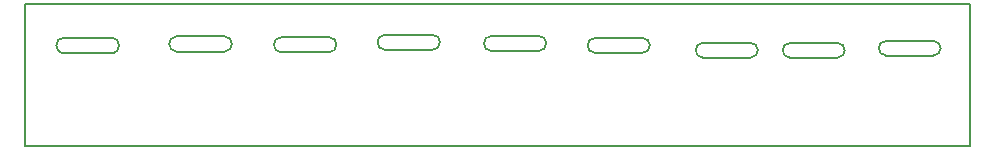
<source format=gbr>
G04 #@! TF.GenerationSoftware,KiCad,Pcbnew,(5.1.2)-1*
G04 #@! TF.CreationDate,2019-05-14T21:50:48-07:00*
G04 #@! TF.ProjectId,slot-tester4,736c6f74-2d74-4657-9374-6572342e6b69,rev?*
G04 #@! TF.SameCoordinates,Original*
G04 #@! TF.FileFunction,Profile,NP*
%FSLAX46Y46*%
G04 Gerber Fmt 4.6, Leading zero omitted, Abs format (unit mm)*
G04 Created by KiCad (PCBNEW (5.1.2)-1) date 2019-05-14 21:50:48*
%MOMM*%
%LPD*%
G04 APERTURE LIST*
%ADD10C,0.200000*%
G04 APERTURE END LIST*
D10*
X69727672Y-181026680D02*
X65727672Y-181026680D01*
X90360190Y-181251091D02*
G75*
G02X90360190Y-180011091I0J620000D01*
G01*
X94360190Y-181251091D02*
X90360190Y-181251091D01*
X47943624Y-180771680D02*
G75*
G02X47943624Y-179481680I0J645000D01*
G01*
X78870673Y-180166680D02*
X74870673Y-180166680D01*
X86234905Y-181429348D02*
X82234905Y-181429348D01*
X94360190Y-180011091D02*
X90360190Y-180011091D01*
X56949440Y-180865568D02*
G75*
G02X56949440Y-179585568I0J640000D01*
G01*
X86234905Y-180179348D02*
X82234905Y-180179348D01*
X51943624Y-180771680D02*
X47943624Y-180771680D01*
X60949440Y-179585568D02*
X56949440Y-179585568D01*
X60949440Y-179585568D02*
G75*
G02X60949440Y-180865568I0J-640000D01*
G01*
X86234905Y-180179348D02*
G75*
G02X86234905Y-181429348I0J-625000D01*
G01*
X78870673Y-180166680D02*
G75*
G02X78870673Y-181426680I0J-630000D01*
G01*
X78870673Y-181426680D02*
X74870673Y-181426680D01*
X69727672Y-179756680D02*
G75*
G02X69727672Y-181026680I0J-635000D01*
G01*
X82234905Y-181429348D02*
G75*
G02X82234905Y-180179348I0J625000D01*
G01*
X74870673Y-181426680D02*
G75*
G02X74870673Y-180166680I0J630000D01*
G01*
X60949440Y-180865568D02*
X56949440Y-180865568D01*
X69727672Y-179756680D02*
X65727672Y-179756680D01*
X94360190Y-180011091D02*
G75*
G02X94360190Y-181251091I0J-620000D01*
G01*
X65727672Y-181026680D02*
G75*
G02X65727672Y-179756680I0J635000D01*
G01*
X51943624Y-179481680D02*
X47943624Y-179481680D01*
X20766031Y-181047767D02*
G75*
G02X20766031Y-179727767I0J660000D01*
G01*
X24766031Y-179727767D02*
G75*
G02X24766031Y-181047767I0J-660000D01*
G01*
X43180000Y-180990000D02*
X39180000Y-180990000D01*
X30325185Y-180926679D02*
G75*
G02X30325185Y-179616679I0J655000D01*
G01*
X97447138Y-188926678D02*
X17447139Y-188926678D01*
X34325185Y-180926679D02*
X30325185Y-180926679D01*
X97447138Y-176926679D02*
X97447138Y-188926678D01*
X17447139Y-176926679D02*
X17447139Y-188926678D01*
X34325185Y-179616679D02*
G75*
G02X34325185Y-180926679I0J-655000D01*
G01*
X24766031Y-179727767D02*
X20766031Y-179727767D01*
X24766031Y-181047767D02*
X20766031Y-181047767D01*
X97447138Y-176926679D02*
X17447139Y-176926679D01*
X51943624Y-179481680D02*
G75*
G02X51943624Y-180771680I0J-645000D01*
G01*
X39180000Y-180990000D02*
G75*
G02X39180000Y-179690000I0J650000D01*
G01*
X43180000Y-179690000D02*
X39180000Y-179690000D01*
X34325185Y-179616679D02*
X30325185Y-179616679D01*
X43180000Y-179690000D02*
G75*
G02X43180000Y-180990000I0J-650000D01*
G01*
M02*

</source>
